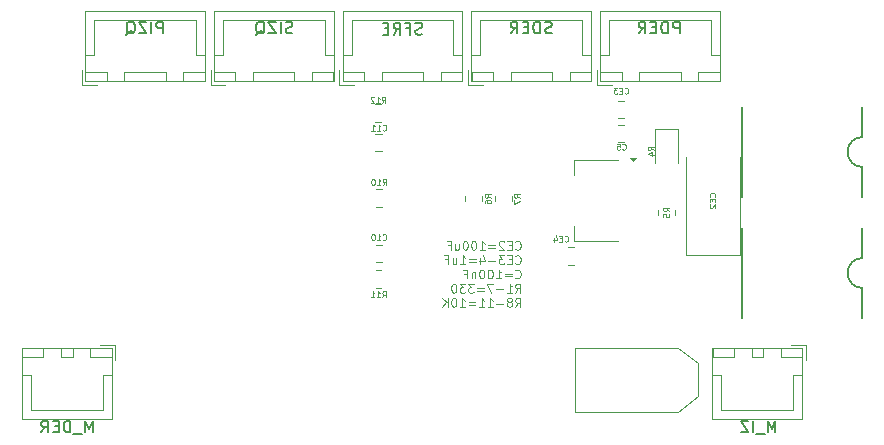
<source format=gbr>
%TF.GenerationSoftware,KiCad,Pcbnew,9.0.1*%
%TF.CreationDate,2025-10-10T15:40:48-03:00*%
%TF.ProjectId,minisumo,6d696e69-7375-46d6-9f2e-6b696361645f,rev?*%
%TF.SameCoordinates,Original*%
%TF.FileFunction,Legend,Bot*%
%TF.FilePolarity,Positive*%
%FSLAX46Y46*%
G04 Gerber Fmt 4.6, Leading zero omitted, Abs format (unit mm)*
G04 Created by KiCad (PCBNEW 9.0.1) date 2025-10-10 15:40:48*
%MOMM*%
%LPD*%
G01*
G04 APERTURE LIST*
%ADD10C,0.125000*%
%ADD11C,0.150000*%
%ADD12C,0.152400*%
%ADD13C,0.120000*%
G04 APERTURE END LIST*
D10*
X197460621Y-77104119D02*
X197496335Y-77139834D01*
X197496335Y-77139834D02*
X197603478Y-77175548D01*
X197603478Y-77175548D02*
X197674906Y-77175548D01*
X197674906Y-77175548D02*
X197782049Y-77139834D01*
X197782049Y-77139834D02*
X197853478Y-77068405D01*
X197853478Y-77068405D02*
X197889192Y-76996976D01*
X197889192Y-76996976D02*
X197924906Y-76854119D01*
X197924906Y-76854119D02*
X197924906Y-76746976D01*
X197924906Y-76746976D02*
X197889192Y-76604119D01*
X197889192Y-76604119D02*
X197853478Y-76532691D01*
X197853478Y-76532691D02*
X197782049Y-76461262D01*
X197782049Y-76461262D02*
X197674906Y-76425548D01*
X197674906Y-76425548D02*
X197603478Y-76425548D01*
X197603478Y-76425548D02*
X197496335Y-76461262D01*
X197496335Y-76461262D02*
X197460621Y-76496976D01*
X197139192Y-76782691D02*
X196889192Y-76782691D01*
X196782049Y-77175548D02*
X197139192Y-77175548D01*
X197139192Y-77175548D02*
X197139192Y-76425548D01*
X197139192Y-76425548D02*
X196782049Y-76425548D01*
X196496335Y-76496976D02*
X196460621Y-76461262D01*
X196460621Y-76461262D02*
X196389193Y-76425548D01*
X196389193Y-76425548D02*
X196210621Y-76425548D01*
X196210621Y-76425548D02*
X196139193Y-76461262D01*
X196139193Y-76461262D02*
X196103478Y-76496976D01*
X196103478Y-76496976D02*
X196067764Y-76568405D01*
X196067764Y-76568405D02*
X196067764Y-76639834D01*
X196067764Y-76639834D02*
X196103478Y-76746976D01*
X196103478Y-76746976D02*
X196532050Y-77175548D01*
X196532050Y-77175548D02*
X196067764Y-77175548D01*
X195746335Y-76782691D02*
X195174907Y-76782691D01*
X195174907Y-76996976D02*
X195746335Y-76996976D01*
X194424907Y-77175548D02*
X194853478Y-77175548D01*
X194639193Y-77175548D02*
X194639193Y-76425548D01*
X194639193Y-76425548D02*
X194710621Y-76532691D01*
X194710621Y-76532691D02*
X194782050Y-76604119D01*
X194782050Y-76604119D02*
X194853478Y-76639834D01*
X193960621Y-76425548D02*
X193889192Y-76425548D01*
X193889192Y-76425548D02*
X193817764Y-76461262D01*
X193817764Y-76461262D02*
X193782050Y-76496976D01*
X193782050Y-76496976D02*
X193746335Y-76568405D01*
X193746335Y-76568405D02*
X193710621Y-76711262D01*
X193710621Y-76711262D02*
X193710621Y-76889834D01*
X193710621Y-76889834D02*
X193746335Y-77032691D01*
X193746335Y-77032691D02*
X193782050Y-77104119D01*
X193782050Y-77104119D02*
X193817764Y-77139834D01*
X193817764Y-77139834D02*
X193889192Y-77175548D01*
X193889192Y-77175548D02*
X193960621Y-77175548D01*
X193960621Y-77175548D02*
X194032050Y-77139834D01*
X194032050Y-77139834D02*
X194067764Y-77104119D01*
X194067764Y-77104119D02*
X194103478Y-77032691D01*
X194103478Y-77032691D02*
X194139192Y-76889834D01*
X194139192Y-76889834D02*
X194139192Y-76711262D01*
X194139192Y-76711262D02*
X194103478Y-76568405D01*
X194103478Y-76568405D02*
X194067764Y-76496976D01*
X194067764Y-76496976D02*
X194032050Y-76461262D01*
X194032050Y-76461262D02*
X193960621Y-76425548D01*
X193246335Y-76425548D02*
X193174906Y-76425548D01*
X193174906Y-76425548D02*
X193103478Y-76461262D01*
X193103478Y-76461262D02*
X193067764Y-76496976D01*
X193067764Y-76496976D02*
X193032049Y-76568405D01*
X193032049Y-76568405D02*
X192996335Y-76711262D01*
X192996335Y-76711262D02*
X192996335Y-76889834D01*
X192996335Y-76889834D02*
X193032049Y-77032691D01*
X193032049Y-77032691D02*
X193067764Y-77104119D01*
X193067764Y-77104119D02*
X193103478Y-77139834D01*
X193103478Y-77139834D02*
X193174906Y-77175548D01*
X193174906Y-77175548D02*
X193246335Y-77175548D01*
X193246335Y-77175548D02*
X193317764Y-77139834D01*
X193317764Y-77139834D02*
X193353478Y-77104119D01*
X193353478Y-77104119D02*
X193389192Y-77032691D01*
X193389192Y-77032691D02*
X193424906Y-76889834D01*
X193424906Y-76889834D02*
X193424906Y-76711262D01*
X193424906Y-76711262D02*
X193389192Y-76568405D01*
X193389192Y-76568405D02*
X193353478Y-76496976D01*
X193353478Y-76496976D02*
X193317764Y-76461262D01*
X193317764Y-76461262D02*
X193246335Y-76425548D01*
X192353478Y-76675548D02*
X192353478Y-77175548D01*
X192674906Y-76675548D02*
X192674906Y-77068405D01*
X192674906Y-77068405D02*
X192639192Y-77139834D01*
X192639192Y-77139834D02*
X192567763Y-77175548D01*
X192567763Y-77175548D02*
X192460620Y-77175548D01*
X192460620Y-77175548D02*
X192389192Y-77139834D01*
X192389192Y-77139834D02*
X192353478Y-77104119D01*
X191746335Y-76782691D02*
X191996335Y-76782691D01*
X191996335Y-77175548D02*
X191996335Y-76425548D01*
X191996335Y-76425548D02*
X191639192Y-76425548D01*
X197460621Y-78311577D02*
X197496335Y-78347292D01*
X197496335Y-78347292D02*
X197603478Y-78383006D01*
X197603478Y-78383006D02*
X197674906Y-78383006D01*
X197674906Y-78383006D02*
X197782049Y-78347292D01*
X197782049Y-78347292D02*
X197853478Y-78275863D01*
X197853478Y-78275863D02*
X197889192Y-78204434D01*
X197889192Y-78204434D02*
X197924906Y-78061577D01*
X197924906Y-78061577D02*
X197924906Y-77954434D01*
X197924906Y-77954434D02*
X197889192Y-77811577D01*
X197889192Y-77811577D02*
X197853478Y-77740149D01*
X197853478Y-77740149D02*
X197782049Y-77668720D01*
X197782049Y-77668720D02*
X197674906Y-77633006D01*
X197674906Y-77633006D02*
X197603478Y-77633006D01*
X197603478Y-77633006D02*
X197496335Y-77668720D01*
X197496335Y-77668720D02*
X197460621Y-77704434D01*
X197139192Y-77990149D02*
X196889192Y-77990149D01*
X196782049Y-78383006D02*
X197139192Y-78383006D01*
X197139192Y-78383006D02*
X197139192Y-77633006D01*
X197139192Y-77633006D02*
X196782049Y-77633006D01*
X196532050Y-77633006D02*
X196067764Y-77633006D01*
X196067764Y-77633006D02*
X196317764Y-77918720D01*
X196317764Y-77918720D02*
X196210621Y-77918720D01*
X196210621Y-77918720D02*
X196139193Y-77954434D01*
X196139193Y-77954434D02*
X196103478Y-77990149D01*
X196103478Y-77990149D02*
X196067764Y-78061577D01*
X196067764Y-78061577D02*
X196067764Y-78240149D01*
X196067764Y-78240149D02*
X196103478Y-78311577D01*
X196103478Y-78311577D02*
X196139193Y-78347292D01*
X196139193Y-78347292D02*
X196210621Y-78383006D01*
X196210621Y-78383006D02*
X196424907Y-78383006D01*
X196424907Y-78383006D02*
X196496335Y-78347292D01*
X196496335Y-78347292D02*
X196532050Y-78311577D01*
X195746335Y-78097292D02*
X195174907Y-78097292D01*
X194496336Y-77883006D02*
X194496336Y-78383006D01*
X194674907Y-77597292D02*
X194853478Y-78133006D01*
X194853478Y-78133006D02*
X194389193Y-78133006D01*
X194103478Y-77990149D02*
X193532050Y-77990149D01*
X193532050Y-78204434D02*
X194103478Y-78204434D01*
X192782050Y-78383006D02*
X193210621Y-78383006D01*
X192996336Y-78383006D02*
X192996336Y-77633006D01*
X192996336Y-77633006D02*
X193067764Y-77740149D01*
X193067764Y-77740149D02*
X193139193Y-77811577D01*
X193139193Y-77811577D02*
X193210621Y-77847292D01*
X192139193Y-77883006D02*
X192139193Y-78383006D01*
X192460621Y-77883006D02*
X192460621Y-78275863D01*
X192460621Y-78275863D02*
X192424907Y-78347292D01*
X192424907Y-78347292D02*
X192353478Y-78383006D01*
X192353478Y-78383006D02*
X192246335Y-78383006D01*
X192246335Y-78383006D02*
X192174907Y-78347292D01*
X192174907Y-78347292D02*
X192139193Y-78311577D01*
X191532050Y-77990149D02*
X191782050Y-77990149D01*
X191782050Y-78383006D02*
X191782050Y-77633006D01*
X191782050Y-77633006D02*
X191424907Y-77633006D01*
X197460621Y-79519035D02*
X197496335Y-79554750D01*
X197496335Y-79554750D02*
X197603478Y-79590464D01*
X197603478Y-79590464D02*
X197674906Y-79590464D01*
X197674906Y-79590464D02*
X197782049Y-79554750D01*
X197782049Y-79554750D02*
X197853478Y-79483321D01*
X197853478Y-79483321D02*
X197889192Y-79411892D01*
X197889192Y-79411892D02*
X197924906Y-79269035D01*
X197924906Y-79269035D02*
X197924906Y-79161892D01*
X197924906Y-79161892D02*
X197889192Y-79019035D01*
X197889192Y-79019035D02*
X197853478Y-78947607D01*
X197853478Y-78947607D02*
X197782049Y-78876178D01*
X197782049Y-78876178D02*
X197674906Y-78840464D01*
X197674906Y-78840464D02*
X197603478Y-78840464D01*
X197603478Y-78840464D02*
X197496335Y-78876178D01*
X197496335Y-78876178D02*
X197460621Y-78911892D01*
X197139192Y-79197607D02*
X196567764Y-79197607D01*
X196567764Y-79411892D02*
X197139192Y-79411892D01*
X195817764Y-79590464D02*
X196246335Y-79590464D01*
X196032050Y-79590464D02*
X196032050Y-78840464D01*
X196032050Y-78840464D02*
X196103478Y-78947607D01*
X196103478Y-78947607D02*
X196174907Y-79019035D01*
X196174907Y-79019035D02*
X196246335Y-79054750D01*
X195353478Y-78840464D02*
X195282049Y-78840464D01*
X195282049Y-78840464D02*
X195210621Y-78876178D01*
X195210621Y-78876178D02*
X195174907Y-78911892D01*
X195174907Y-78911892D02*
X195139192Y-78983321D01*
X195139192Y-78983321D02*
X195103478Y-79126178D01*
X195103478Y-79126178D02*
X195103478Y-79304750D01*
X195103478Y-79304750D02*
X195139192Y-79447607D01*
X195139192Y-79447607D02*
X195174907Y-79519035D01*
X195174907Y-79519035D02*
X195210621Y-79554750D01*
X195210621Y-79554750D02*
X195282049Y-79590464D01*
X195282049Y-79590464D02*
X195353478Y-79590464D01*
X195353478Y-79590464D02*
X195424907Y-79554750D01*
X195424907Y-79554750D02*
X195460621Y-79519035D01*
X195460621Y-79519035D02*
X195496335Y-79447607D01*
X195496335Y-79447607D02*
X195532049Y-79304750D01*
X195532049Y-79304750D02*
X195532049Y-79126178D01*
X195532049Y-79126178D02*
X195496335Y-78983321D01*
X195496335Y-78983321D02*
X195460621Y-78911892D01*
X195460621Y-78911892D02*
X195424907Y-78876178D01*
X195424907Y-78876178D02*
X195353478Y-78840464D01*
X194639192Y-78840464D02*
X194567763Y-78840464D01*
X194567763Y-78840464D02*
X194496335Y-78876178D01*
X194496335Y-78876178D02*
X194460621Y-78911892D01*
X194460621Y-78911892D02*
X194424906Y-78983321D01*
X194424906Y-78983321D02*
X194389192Y-79126178D01*
X194389192Y-79126178D02*
X194389192Y-79304750D01*
X194389192Y-79304750D02*
X194424906Y-79447607D01*
X194424906Y-79447607D02*
X194460621Y-79519035D01*
X194460621Y-79519035D02*
X194496335Y-79554750D01*
X194496335Y-79554750D02*
X194567763Y-79590464D01*
X194567763Y-79590464D02*
X194639192Y-79590464D01*
X194639192Y-79590464D02*
X194710621Y-79554750D01*
X194710621Y-79554750D02*
X194746335Y-79519035D01*
X194746335Y-79519035D02*
X194782049Y-79447607D01*
X194782049Y-79447607D02*
X194817763Y-79304750D01*
X194817763Y-79304750D02*
X194817763Y-79126178D01*
X194817763Y-79126178D02*
X194782049Y-78983321D01*
X194782049Y-78983321D02*
X194746335Y-78911892D01*
X194746335Y-78911892D02*
X194710621Y-78876178D01*
X194710621Y-78876178D02*
X194639192Y-78840464D01*
X194067763Y-79090464D02*
X194067763Y-79590464D01*
X194067763Y-79161892D02*
X194032049Y-79126178D01*
X194032049Y-79126178D02*
X193960620Y-79090464D01*
X193960620Y-79090464D02*
X193853477Y-79090464D01*
X193853477Y-79090464D02*
X193782049Y-79126178D01*
X193782049Y-79126178D02*
X193746335Y-79197607D01*
X193746335Y-79197607D02*
X193746335Y-79590464D01*
X193139192Y-79197607D02*
X193389192Y-79197607D01*
X193389192Y-79590464D02*
X193389192Y-78840464D01*
X193389192Y-78840464D02*
X193032049Y-78840464D01*
X197460621Y-80797922D02*
X197710621Y-80440779D01*
X197889192Y-80797922D02*
X197889192Y-80047922D01*
X197889192Y-80047922D02*
X197603478Y-80047922D01*
X197603478Y-80047922D02*
X197532049Y-80083636D01*
X197532049Y-80083636D02*
X197496335Y-80119350D01*
X197496335Y-80119350D02*
X197460621Y-80190779D01*
X197460621Y-80190779D02*
X197460621Y-80297922D01*
X197460621Y-80297922D02*
X197496335Y-80369350D01*
X197496335Y-80369350D02*
X197532049Y-80405065D01*
X197532049Y-80405065D02*
X197603478Y-80440779D01*
X197603478Y-80440779D02*
X197889192Y-80440779D01*
X196746335Y-80797922D02*
X197174906Y-80797922D01*
X196960621Y-80797922D02*
X196960621Y-80047922D01*
X196960621Y-80047922D02*
X197032049Y-80155065D01*
X197032049Y-80155065D02*
X197103478Y-80226493D01*
X197103478Y-80226493D02*
X197174906Y-80262208D01*
X196424906Y-80512208D02*
X195853478Y-80512208D01*
X195567764Y-80047922D02*
X195067764Y-80047922D01*
X195067764Y-80047922D02*
X195389192Y-80797922D01*
X194782049Y-80405065D02*
X194210621Y-80405065D01*
X194210621Y-80619350D02*
X194782049Y-80619350D01*
X193924907Y-80047922D02*
X193460621Y-80047922D01*
X193460621Y-80047922D02*
X193710621Y-80333636D01*
X193710621Y-80333636D02*
X193603478Y-80333636D01*
X193603478Y-80333636D02*
X193532050Y-80369350D01*
X193532050Y-80369350D02*
X193496335Y-80405065D01*
X193496335Y-80405065D02*
X193460621Y-80476493D01*
X193460621Y-80476493D02*
X193460621Y-80655065D01*
X193460621Y-80655065D02*
X193496335Y-80726493D01*
X193496335Y-80726493D02*
X193532050Y-80762208D01*
X193532050Y-80762208D02*
X193603478Y-80797922D01*
X193603478Y-80797922D02*
X193817764Y-80797922D01*
X193817764Y-80797922D02*
X193889192Y-80762208D01*
X193889192Y-80762208D02*
X193924907Y-80726493D01*
X193210621Y-80047922D02*
X192746335Y-80047922D01*
X192746335Y-80047922D02*
X192996335Y-80333636D01*
X192996335Y-80333636D02*
X192889192Y-80333636D01*
X192889192Y-80333636D02*
X192817764Y-80369350D01*
X192817764Y-80369350D02*
X192782049Y-80405065D01*
X192782049Y-80405065D02*
X192746335Y-80476493D01*
X192746335Y-80476493D02*
X192746335Y-80655065D01*
X192746335Y-80655065D02*
X192782049Y-80726493D01*
X192782049Y-80726493D02*
X192817764Y-80762208D01*
X192817764Y-80762208D02*
X192889192Y-80797922D01*
X192889192Y-80797922D02*
X193103478Y-80797922D01*
X193103478Y-80797922D02*
X193174906Y-80762208D01*
X193174906Y-80762208D02*
X193210621Y-80726493D01*
X192282049Y-80047922D02*
X192210620Y-80047922D01*
X192210620Y-80047922D02*
X192139192Y-80083636D01*
X192139192Y-80083636D02*
X192103478Y-80119350D01*
X192103478Y-80119350D02*
X192067763Y-80190779D01*
X192067763Y-80190779D02*
X192032049Y-80333636D01*
X192032049Y-80333636D02*
X192032049Y-80512208D01*
X192032049Y-80512208D02*
X192067763Y-80655065D01*
X192067763Y-80655065D02*
X192103478Y-80726493D01*
X192103478Y-80726493D02*
X192139192Y-80762208D01*
X192139192Y-80762208D02*
X192210620Y-80797922D01*
X192210620Y-80797922D02*
X192282049Y-80797922D01*
X192282049Y-80797922D02*
X192353478Y-80762208D01*
X192353478Y-80762208D02*
X192389192Y-80726493D01*
X192389192Y-80726493D02*
X192424906Y-80655065D01*
X192424906Y-80655065D02*
X192460620Y-80512208D01*
X192460620Y-80512208D02*
X192460620Y-80333636D01*
X192460620Y-80333636D02*
X192424906Y-80190779D01*
X192424906Y-80190779D02*
X192389192Y-80119350D01*
X192389192Y-80119350D02*
X192353478Y-80083636D01*
X192353478Y-80083636D02*
X192282049Y-80047922D01*
X197460621Y-82005380D02*
X197710621Y-81648237D01*
X197889192Y-82005380D02*
X197889192Y-81255380D01*
X197889192Y-81255380D02*
X197603478Y-81255380D01*
X197603478Y-81255380D02*
X197532049Y-81291094D01*
X197532049Y-81291094D02*
X197496335Y-81326808D01*
X197496335Y-81326808D02*
X197460621Y-81398237D01*
X197460621Y-81398237D02*
X197460621Y-81505380D01*
X197460621Y-81505380D02*
X197496335Y-81576808D01*
X197496335Y-81576808D02*
X197532049Y-81612523D01*
X197532049Y-81612523D02*
X197603478Y-81648237D01*
X197603478Y-81648237D02*
X197889192Y-81648237D01*
X197032049Y-81576808D02*
X197103478Y-81541094D01*
X197103478Y-81541094D02*
X197139192Y-81505380D01*
X197139192Y-81505380D02*
X197174906Y-81433951D01*
X197174906Y-81433951D02*
X197174906Y-81398237D01*
X197174906Y-81398237D02*
X197139192Y-81326808D01*
X197139192Y-81326808D02*
X197103478Y-81291094D01*
X197103478Y-81291094D02*
X197032049Y-81255380D01*
X197032049Y-81255380D02*
X196889192Y-81255380D01*
X196889192Y-81255380D02*
X196817764Y-81291094D01*
X196817764Y-81291094D02*
X196782049Y-81326808D01*
X196782049Y-81326808D02*
X196746335Y-81398237D01*
X196746335Y-81398237D02*
X196746335Y-81433951D01*
X196746335Y-81433951D02*
X196782049Y-81505380D01*
X196782049Y-81505380D02*
X196817764Y-81541094D01*
X196817764Y-81541094D02*
X196889192Y-81576808D01*
X196889192Y-81576808D02*
X197032049Y-81576808D01*
X197032049Y-81576808D02*
X197103478Y-81612523D01*
X197103478Y-81612523D02*
X197139192Y-81648237D01*
X197139192Y-81648237D02*
X197174906Y-81719666D01*
X197174906Y-81719666D02*
X197174906Y-81862523D01*
X197174906Y-81862523D02*
X197139192Y-81933951D01*
X197139192Y-81933951D02*
X197103478Y-81969666D01*
X197103478Y-81969666D02*
X197032049Y-82005380D01*
X197032049Y-82005380D02*
X196889192Y-82005380D01*
X196889192Y-82005380D02*
X196817764Y-81969666D01*
X196817764Y-81969666D02*
X196782049Y-81933951D01*
X196782049Y-81933951D02*
X196746335Y-81862523D01*
X196746335Y-81862523D02*
X196746335Y-81719666D01*
X196746335Y-81719666D02*
X196782049Y-81648237D01*
X196782049Y-81648237D02*
X196817764Y-81612523D01*
X196817764Y-81612523D02*
X196889192Y-81576808D01*
X196424906Y-81719666D02*
X195853478Y-81719666D01*
X195103478Y-82005380D02*
X195532049Y-82005380D01*
X195317764Y-82005380D02*
X195317764Y-81255380D01*
X195317764Y-81255380D02*
X195389192Y-81362523D01*
X195389192Y-81362523D02*
X195460621Y-81433951D01*
X195460621Y-81433951D02*
X195532049Y-81469666D01*
X194389192Y-82005380D02*
X194817763Y-82005380D01*
X194603478Y-82005380D02*
X194603478Y-81255380D01*
X194603478Y-81255380D02*
X194674906Y-81362523D01*
X194674906Y-81362523D02*
X194746335Y-81433951D01*
X194746335Y-81433951D02*
X194817763Y-81469666D01*
X194067763Y-81612523D02*
X193496335Y-81612523D01*
X193496335Y-81826808D02*
X194067763Y-81826808D01*
X192746335Y-82005380D02*
X193174906Y-82005380D01*
X192960621Y-82005380D02*
X192960621Y-81255380D01*
X192960621Y-81255380D02*
X193032049Y-81362523D01*
X193032049Y-81362523D02*
X193103478Y-81433951D01*
X193103478Y-81433951D02*
X193174906Y-81469666D01*
X192282049Y-81255380D02*
X192210620Y-81255380D01*
X192210620Y-81255380D02*
X192139192Y-81291094D01*
X192139192Y-81291094D02*
X192103478Y-81326808D01*
X192103478Y-81326808D02*
X192067763Y-81398237D01*
X192067763Y-81398237D02*
X192032049Y-81541094D01*
X192032049Y-81541094D02*
X192032049Y-81719666D01*
X192032049Y-81719666D02*
X192067763Y-81862523D01*
X192067763Y-81862523D02*
X192103478Y-81933951D01*
X192103478Y-81933951D02*
X192139192Y-81969666D01*
X192139192Y-81969666D02*
X192210620Y-82005380D01*
X192210620Y-82005380D02*
X192282049Y-82005380D01*
X192282049Y-82005380D02*
X192353478Y-81969666D01*
X192353478Y-81969666D02*
X192389192Y-81933951D01*
X192389192Y-81933951D02*
X192424906Y-81862523D01*
X192424906Y-81862523D02*
X192460620Y-81719666D01*
X192460620Y-81719666D02*
X192460620Y-81541094D01*
X192460620Y-81541094D02*
X192424906Y-81398237D01*
X192424906Y-81398237D02*
X192389192Y-81326808D01*
X192389192Y-81326808D02*
X192353478Y-81291094D01*
X192353478Y-81291094D02*
X192282049Y-81255380D01*
X191710620Y-82005380D02*
X191710620Y-81255380D01*
X191282049Y-82005380D02*
X191603477Y-81576808D01*
X191282049Y-81255380D02*
X191710620Y-81683951D01*
X186221428Y-76302190D02*
X186245237Y-76326000D01*
X186245237Y-76326000D02*
X186316666Y-76349809D01*
X186316666Y-76349809D02*
X186364285Y-76349809D01*
X186364285Y-76349809D02*
X186435713Y-76326000D01*
X186435713Y-76326000D02*
X186483332Y-76278380D01*
X186483332Y-76278380D02*
X186507142Y-76230761D01*
X186507142Y-76230761D02*
X186530951Y-76135523D01*
X186530951Y-76135523D02*
X186530951Y-76064095D01*
X186530951Y-76064095D02*
X186507142Y-75968857D01*
X186507142Y-75968857D02*
X186483332Y-75921238D01*
X186483332Y-75921238D02*
X186435713Y-75873619D01*
X186435713Y-75873619D02*
X186364285Y-75849809D01*
X186364285Y-75849809D02*
X186316666Y-75849809D01*
X186316666Y-75849809D02*
X186245237Y-75873619D01*
X186245237Y-75873619D02*
X186221428Y-75897428D01*
X185745237Y-76349809D02*
X186030951Y-76349809D01*
X185888094Y-76349809D02*
X185888094Y-75849809D01*
X185888094Y-75849809D02*
X185935713Y-75921238D01*
X185935713Y-75921238D02*
X185983332Y-75968857D01*
X185983332Y-75968857D02*
X186030951Y-75992666D01*
X185435714Y-75849809D02*
X185388095Y-75849809D01*
X185388095Y-75849809D02*
X185340476Y-75873619D01*
X185340476Y-75873619D02*
X185316666Y-75897428D01*
X185316666Y-75897428D02*
X185292857Y-75945047D01*
X185292857Y-75945047D02*
X185269047Y-76040285D01*
X185269047Y-76040285D02*
X185269047Y-76159333D01*
X185269047Y-76159333D02*
X185292857Y-76254571D01*
X185292857Y-76254571D02*
X185316666Y-76302190D01*
X185316666Y-76302190D02*
X185340476Y-76326000D01*
X185340476Y-76326000D02*
X185388095Y-76349809D01*
X185388095Y-76349809D02*
X185435714Y-76349809D01*
X185435714Y-76349809D02*
X185483333Y-76326000D01*
X185483333Y-76326000D02*
X185507142Y-76302190D01*
X185507142Y-76302190D02*
X185530952Y-76254571D01*
X185530952Y-76254571D02*
X185554761Y-76159333D01*
X185554761Y-76159333D02*
X185554761Y-76040285D01*
X185554761Y-76040285D02*
X185530952Y-75945047D01*
X185530952Y-75945047D02*
X185507142Y-75897428D01*
X185507142Y-75897428D02*
X185483333Y-75873619D01*
X185483333Y-75873619D02*
X185435714Y-75849809D01*
X186221428Y-71674809D02*
X186388094Y-71436714D01*
X186507142Y-71674809D02*
X186507142Y-71174809D01*
X186507142Y-71174809D02*
X186316666Y-71174809D01*
X186316666Y-71174809D02*
X186269047Y-71198619D01*
X186269047Y-71198619D02*
X186245237Y-71222428D01*
X186245237Y-71222428D02*
X186221428Y-71270047D01*
X186221428Y-71270047D02*
X186221428Y-71341476D01*
X186221428Y-71341476D02*
X186245237Y-71389095D01*
X186245237Y-71389095D02*
X186269047Y-71412904D01*
X186269047Y-71412904D02*
X186316666Y-71436714D01*
X186316666Y-71436714D02*
X186507142Y-71436714D01*
X185745237Y-71674809D02*
X186030951Y-71674809D01*
X185888094Y-71674809D02*
X185888094Y-71174809D01*
X185888094Y-71174809D02*
X185935713Y-71246238D01*
X185935713Y-71246238D02*
X185983332Y-71293857D01*
X185983332Y-71293857D02*
X186030951Y-71317666D01*
X185435714Y-71174809D02*
X185388095Y-71174809D01*
X185388095Y-71174809D02*
X185340476Y-71198619D01*
X185340476Y-71198619D02*
X185316666Y-71222428D01*
X185316666Y-71222428D02*
X185292857Y-71270047D01*
X185292857Y-71270047D02*
X185269047Y-71365285D01*
X185269047Y-71365285D02*
X185269047Y-71484333D01*
X185269047Y-71484333D02*
X185292857Y-71579571D01*
X185292857Y-71579571D02*
X185316666Y-71627190D01*
X185316666Y-71627190D02*
X185340476Y-71651000D01*
X185340476Y-71651000D02*
X185388095Y-71674809D01*
X185388095Y-71674809D02*
X185435714Y-71674809D01*
X185435714Y-71674809D02*
X185483333Y-71651000D01*
X185483333Y-71651000D02*
X185507142Y-71627190D01*
X185507142Y-71627190D02*
X185530952Y-71579571D01*
X185530952Y-71579571D02*
X185554761Y-71484333D01*
X185554761Y-71484333D02*
X185554761Y-71365285D01*
X185554761Y-71365285D02*
X185530952Y-71270047D01*
X185530952Y-71270047D02*
X185507142Y-71222428D01*
X185507142Y-71222428D02*
X185483333Y-71198619D01*
X185483333Y-71198619D02*
X185435714Y-71174809D01*
X186221428Y-67027190D02*
X186245237Y-67051000D01*
X186245237Y-67051000D02*
X186316666Y-67074809D01*
X186316666Y-67074809D02*
X186364285Y-67074809D01*
X186364285Y-67074809D02*
X186435713Y-67051000D01*
X186435713Y-67051000D02*
X186483332Y-67003380D01*
X186483332Y-67003380D02*
X186507142Y-66955761D01*
X186507142Y-66955761D02*
X186530951Y-66860523D01*
X186530951Y-66860523D02*
X186530951Y-66789095D01*
X186530951Y-66789095D02*
X186507142Y-66693857D01*
X186507142Y-66693857D02*
X186483332Y-66646238D01*
X186483332Y-66646238D02*
X186435713Y-66598619D01*
X186435713Y-66598619D02*
X186364285Y-66574809D01*
X186364285Y-66574809D02*
X186316666Y-66574809D01*
X186316666Y-66574809D02*
X186245237Y-66598619D01*
X186245237Y-66598619D02*
X186221428Y-66622428D01*
X185745237Y-67074809D02*
X186030951Y-67074809D01*
X185888094Y-67074809D02*
X185888094Y-66574809D01*
X185888094Y-66574809D02*
X185935713Y-66646238D01*
X185935713Y-66646238D02*
X185983332Y-66693857D01*
X185983332Y-66693857D02*
X186030951Y-66717666D01*
X185269047Y-67074809D02*
X185554761Y-67074809D01*
X185411904Y-67074809D02*
X185411904Y-66574809D01*
X185411904Y-66574809D02*
X185459523Y-66646238D01*
X185459523Y-66646238D02*
X185507142Y-66693857D01*
X185507142Y-66693857D02*
X185554761Y-66717666D01*
D11*
X189566666Y-58907200D02*
X189423809Y-58954819D01*
X189423809Y-58954819D02*
X189185714Y-58954819D01*
X189185714Y-58954819D02*
X189090476Y-58907200D01*
X189090476Y-58907200D02*
X189042857Y-58859580D01*
X189042857Y-58859580D02*
X188995238Y-58764342D01*
X188995238Y-58764342D02*
X188995238Y-58669104D01*
X188995238Y-58669104D02*
X189042857Y-58573866D01*
X189042857Y-58573866D02*
X189090476Y-58526247D01*
X189090476Y-58526247D02*
X189185714Y-58478628D01*
X189185714Y-58478628D02*
X189376190Y-58431009D01*
X189376190Y-58431009D02*
X189471428Y-58383390D01*
X189471428Y-58383390D02*
X189519047Y-58335771D01*
X189519047Y-58335771D02*
X189566666Y-58240533D01*
X189566666Y-58240533D02*
X189566666Y-58145295D01*
X189566666Y-58145295D02*
X189519047Y-58050057D01*
X189519047Y-58050057D02*
X189471428Y-58002438D01*
X189471428Y-58002438D02*
X189376190Y-57954819D01*
X189376190Y-57954819D02*
X189138095Y-57954819D01*
X189138095Y-57954819D02*
X188995238Y-58002438D01*
X188233333Y-58431009D02*
X188566666Y-58431009D01*
X188566666Y-58954819D02*
X188566666Y-57954819D01*
X188566666Y-57954819D02*
X188090476Y-57954819D01*
X187138095Y-58954819D02*
X187471428Y-58478628D01*
X187709523Y-58954819D02*
X187709523Y-57954819D01*
X187709523Y-57954819D02*
X187328571Y-57954819D01*
X187328571Y-57954819D02*
X187233333Y-58002438D01*
X187233333Y-58002438D02*
X187185714Y-58050057D01*
X187185714Y-58050057D02*
X187138095Y-58145295D01*
X187138095Y-58145295D02*
X187138095Y-58288152D01*
X187138095Y-58288152D02*
X187185714Y-58383390D01*
X187185714Y-58383390D02*
X187233333Y-58431009D01*
X187233333Y-58431009D02*
X187328571Y-58478628D01*
X187328571Y-58478628D02*
X187709523Y-58478628D01*
X186709523Y-58431009D02*
X186376190Y-58431009D01*
X186233333Y-58954819D02*
X186709523Y-58954819D01*
X186709523Y-58954819D02*
X186709523Y-57954819D01*
X186709523Y-57954819D02*
X186233333Y-57954819D01*
X211364285Y-58854819D02*
X211364285Y-57854819D01*
X211364285Y-57854819D02*
X210983333Y-57854819D01*
X210983333Y-57854819D02*
X210888095Y-57902438D01*
X210888095Y-57902438D02*
X210840476Y-57950057D01*
X210840476Y-57950057D02*
X210792857Y-58045295D01*
X210792857Y-58045295D02*
X210792857Y-58188152D01*
X210792857Y-58188152D02*
X210840476Y-58283390D01*
X210840476Y-58283390D02*
X210888095Y-58331009D01*
X210888095Y-58331009D02*
X210983333Y-58378628D01*
X210983333Y-58378628D02*
X211364285Y-58378628D01*
X210364285Y-58854819D02*
X210364285Y-57854819D01*
X210364285Y-57854819D02*
X210126190Y-57854819D01*
X210126190Y-57854819D02*
X209983333Y-57902438D01*
X209983333Y-57902438D02*
X209888095Y-57997676D01*
X209888095Y-57997676D02*
X209840476Y-58092914D01*
X209840476Y-58092914D02*
X209792857Y-58283390D01*
X209792857Y-58283390D02*
X209792857Y-58426247D01*
X209792857Y-58426247D02*
X209840476Y-58616723D01*
X209840476Y-58616723D02*
X209888095Y-58711961D01*
X209888095Y-58711961D02*
X209983333Y-58807200D01*
X209983333Y-58807200D02*
X210126190Y-58854819D01*
X210126190Y-58854819D02*
X210364285Y-58854819D01*
X209364285Y-58331009D02*
X209030952Y-58331009D01*
X208888095Y-58854819D02*
X209364285Y-58854819D01*
X209364285Y-58854819D02*
X209364285Y-57854819D01*
X209364285Y-57854819D02*
X208888095Y-57854819D01*
X207888095Y-58854819D02*
X208221428Y-58378628D01*
X208459523Y-58854819D02*
X208459523Y-57854819D01*
X208459523Y-57854819D02*
X208078571Y-57854819D01*
X208078571Y-57854819D02*
X207983333Y-57902438D01*
X207983333Y-57902438D02*
X207935714Y-57950057D01*
X207935714Y-57950057D02*
X207888095Y-58045295D01*
X207888095Y-58045295D02*
X207888095Y-58188152D01*
X207888095Y-58188152D02*
X207935714Y-58283390D01*
X207935714Y-58283390D02*
X207983333Y-58331009D01*
X207983333Y-58331009D02*
X208078571Y-58378628D01*
X208078571Y-58378628D02*
X208459523Y-58378628D01*
D10*
X214352190Y-72690476D02*
X214376000Y-72666667D01*
X214376000Y-72666667D02*
X214399809Y-72595238D01*
X214399809Y-72595238D02*
X214399809Y-72547619D01*
X214399809Y-72547619D02*
X214376000Y-72476191D01*
X214376000Y-72476191D02*
X214328380Y-72428572D01*
X214328380Y-72428572D02*
X214280761Y-72404762D01*
X214280761Y-72404762D02*
X214185523Y-72380953D01*
X214185523Y-72380953D02*
X214114095Y-72380953D01*
X214114095Y-72380953D02*
X214018857Y-72404762D01*
X214018857Y-72404762D02*
X213971238Y-72428572D01*
X213971238Y-72428572D02*
X213923619Y-72476191D01*
X213923619Y-72476191D02*
X213899809Y-72547619D01*
X213899809Y-72547619D02*
X213899809Y-72595238D01*
X213899809Y-72595238D02*
X213923619Y-72666667D01*
X213923619Y-72666667D02*
X213947428Y-72690476D01*
X214137904Y-72904762D02*
X214137904Y-73071429D01*
X214399809Y-73142857D02*
X214399809Y-72904762D01*
X214399809Y-72904762D02*
X213899809Y-72904762D01*
X213899809Y-72904762D02*
X213899809Y-73142857D01*
X213947428Y-73333334D02*
X213923619Y-73357143D01*
X213923619Y-73357143D02*
X213899809Y-73404762D01*
X213899809Y-73404762D02*
X213899809Y-73523810D01*
X213899809Y-73523810D02*
X213923619Y-73571429D01*
X213923619Y-73571429D02*
X213947428Y-73595238D01*
X213947428Y-73595238D02*
X213995047Y-73619048D01*
X213995047Y-73619048D02*
X214042666Y-73619048D01*
X214042666Y-73619048D02*
X214114095Y-73595238D01*
X214114095Y-73595238D02*
X214399809Y-73309524D01*
X214399809Y-73309524D02*
X214399809Y-73619048D01*
X209174809Y-68716666D02*
X208936714Y-68550000D01*
X209174809Y-68430952D02*
X208674809Y-68430952D01*
X208674809Y-68430952D02*
X208674809Y-68621428D01*
X208674809Y-68621428D02*
X208698619Y-68669047D01*
X208698619Y-68669047D02*
X208722428Y-68692857D01*
X208722428Y-68692857D02*
X208770047Y-68716666D01*
X208770047Y-68716666D02*
X208841476Y-68716666D01*
X208841476Y-68716666D02*
X208889095Y-68692857D01*
X208889095Y-68692857D02*
X208912904Y-68669047D01*
X208912904Y-68669047D02*
X208936714Y-68621428D01*
X208936714Y-68621428D02*
X208936714Y-68430952D01*
X208841476Y-69145238D02*
X209174809Y-69145238D01*
X208651000Y-69026190D02*
X209008142Y-68907143D01*
X209008142Y-68907143D02*
X209008142Y-69216666D01*
X201634523Y-76427190D02*
X201658332Y-76451000D01*
X201658332Y-76451000D02*
X201729761Y-76474809D01*
X201729761Y-76474809D02*
X201777380Y-76474809D01*
X201777380Y-76474809D02*
X201848808Y-76451000D01*
X201848808Y-76451000D02*
X201896427Y-76403380D01*
X201896427Y-76403380D02*
X201920237Y-76355761D01*
X201920237Y-76355761D02*
X201944046Y-76260523D01*
X201944046Y-76260523D02*
X201944046Y-76189095D01*
X201944046Y-76189095D02*
X201920237Y-76093857D01*
X201920237Y-76093857D02*
X201896427Y-76046238D01*
X201896427Y-76046238D02*
X201848808Y-75998619D01*
X201848808Y-75998619D02*
X201777380Y-75974809D01*
X201777380Y-75974809D02*
X201729761Y-75974809D01*
X201729761Y-75974809D02*
X201658332Y-75998619D01*
X201658332Y-75998619D02*
X201634523Y-76022428D01*
X201420237Y-76212904D02*
X201253570Y-76212904D01*
X201182142Y-76474809D02*
X201420237Y-76474809D01*
X201420237Y-76474809D02*
X201420237Y-75974809D01*
X201420237Y-75974809D02*
X201182142Y-75974809D01*
X200753570Y-76141476D02*
X200753570Y-76474809D01*
X200872618Y-75951000D02*
X200991665Y-76308142D01*
X200991665Y-76308142D02*
X200682142Y-76308142D01*
X206722023Y-63902190D02*
X206745832Y-63926000D01*
X206745832Y-63926000D02*
X206817261Y-63949809D01*
X206817261Y-63949809D02*
X206864880Y-63949809D01*
X206864880Y-63949809D02*
X206936308Y-63926000D01*
X206936308Y-63926000D02*
X206983927Y-63878380D01*
X206983927Y-63878380D02*
X207007737Y-63830761D01*
X207007737Y-63830761D02*
X207031546Y-63735523D01*
X207031546Y-63735523D02*
X207031546Y-63664095D01*
X207031546Y-63664095D02*
X207007737Y-63568857D01*
X207007737Y-63568857D02*
X206983927Y-63521238D01*
X206983927Y-63521238D02*
X206936308Y-63473619D01*
X206936308Y-63473619D02*
X206864880Y-63449809D01*
X206864880Y-63449809D02*
X206817261Y-63449809D01*
X206817261Y-63449809D02*
X206745832Y-63473619D01*
X206745832Y-63473619D02*
X206722023Y-63497428D01*
X206507737Y-63687904D02*
X206341070Y-63687904D01*
X206269642Y-63949809D02*
X206507737Y-63949809D01*
X206507737Y-63949809D02*
X206507737Y-63449809D01*
X206507737Y-63449809D02*
X206269642Y-63449809D01*
X206102975Y-63449809D02*
X205793451Y-63449809D01*
X205793451Y-63449809D02*
X205960118Y-63640285D01*
X205960118Y-63640285D02*
X205888689Y-63640285D01*
X205888689Y-63640285D02*
X205841070Y-63664095D01*
X205841070Y-63664095D02*
X205817261Y-63687904D01*
X205817261Y-63687904D02*
X205793451Y-63735523D01*
X205793451Y-63735523D02*
X205793451Y-63854571D01*
X205793451Y-63854571D02*
X205817261Y-63902190D01*
X205817261Y-63902190D02*
X205841070Y-63926000D01*
X205841070Y-63926000D02*
X205888689Y-63949809D01*
X205888689Y-63949809D02*
X206031546Y-63949809D01*
X206031546Y-63949809D02*
X206079165Y-63926000D01*
X206079165Y-63926000D02*
X206102975Y-63902190D01*
X197849809Y-72766666D02*
X197611714Y-72600000D01*
X197849809Y-72480952D02*
X197349809Y-72480952D01*
X197349809Y-72480952D02*
X197349809Y-72671428D01*
X197349809Y-72671428D02*
X197373619Y-72719047D01*
X197373619Y-72719047D02*
X197397428Y-72742857D01*
X197397428Y-72742857D02*
X197445047Y-72766666D01*
X197445047Y-72766666D02*
X197516476Y-72766666D01*
X197516476Y-72766666D02*
X197564095Y-72742857D01*
X197564095Y-72742857D02*
X197587904Y-72719047D01*
X197587904Y-72719047D02*
X197611714Y-72671428D01*
X197611714Y-72671428D02*
X197611714Y-72480952D01*
X197349809Y-72933333D02*
X197349809Y-73266666D01*
X197349809Y-73266666D02*
X197849809Y-73052381D01*
X186183928Y-81199809D02*
X186350594Y-80961714D01*
X186469642Y-81199809D02*
X186469642Y-80699809D01*
X186469642Y-80699809D02*
X186279166Y-80699809D01*
X186279166Y-80699809D02*
X186231547Y-80723619D01*
X186231547Y-80723619D02*
X186207737Y-80747428D01*
X186207737Y-80747428D02*
X186183928Y-80795047D01*
X186183928Y-80795047D02*
X186183928Y-80866476D01*
X186183928Y-80866476D02*
X186207737Y-80914095D01*
X186207737Y-80914095D02*
X186231547Y-80937904D01*
X186231547Y-80937904D02*
X186279166Y-80961714D01*
X186279166Y-80961714D02*
X186469642Y-80961714D01*
X185707737Y-81199809D02*
X185993451Y-81199809D01*
X185850594Y-81199809D02*
X185850594Y-80699809D01*
X185850594Y-80699809D02*
X185898213Y-80771238D01*
X185898213Y-80771238D02*
X185945832Y-80818857D01*
X185945832Y-80818857D02*
X185993451Y-80842666D01*
X185231547Y-81199809D02*
X185517261Y-81199809D01*
X185374404Y-81199809D02*
X185374404Y-80699809D01*
X185374404Y-80699809D02*
X185422023Y-80771238D01*
X185422023Y-80771238D02*
X185469642Y-80818857D01*
X185469642Y-80818857D02*
X185517261Y-80842666D01*
X195374809Y-72766666D02*
X195136714Y-72600000D01*
X195374809Y-72480952D02*
X194874809Y-72480952D01*
X194874809Y-72480952D02*
X194874809Y-72671428D01*
X194874809Y-72671428D02*
X194898619Y-72719047D01*
X194898619Y-72719047D02*
X194922428Y-72742857D01*
X194922428Y-72742857D02*
X194970047Y-72766666D01*
X194970047Y-72766666D02*
X195041476Y-72766666D01*
X195041476Y-72766666D02*
X195089095Y-72742857D01*
X195089095Y-72742857D02*
X195112904Y-72719047D01*
X195112904Y-72719047D02*
X195136714Y-72671428D01*
X195136714Y-72671428D02*
X195136714Y-72480952D01*
X194874809Y-73195238D02*
X194874809Y-73100000D01*
X194874809Y-73100000D02*
X194898619Y-73052381D01*
X194898619Y-73052381D02*
X194922428Y-73028571D01*
X194922428Y-73028571D02*
X194993857Y-72980952D01*
X194993857Y-72980952D02*
X195089095Y-72957143D01*
X195089095Y-72957143D02*
X195279571Y-72957143D01*
X195279571Y-72957143D02*
X195327190Y-72980952D01*
X195327190Y-72980952D02*
X195351000Y-73004762D01*
X195351000Y-73004762D02*
X195374809Y-73052381D01*
X195374809Y-73052381D02*
X195374809Y-73147619D01*
X195374809Y-73147619D02*
X195351000Y-73195238D01*
X195351000Y-73195238D02*
X195327190Y-73219047D01*
X195327190Y-73219047D02*
X195279571Y-73242857D01*
X195279571Y-73242857D02*
X195160523Y-73242857D01*
X195160523Y-73242857D02*
X195112904Y-73219047D01*
X195112904Y-73219047D02*
X195089095Y-73195238D01*
X195089095Y-73195238D02*
X195065285Y-73147619D01*
X195065285Y-73147619D02*
X195065285Y-73052381D01*
X195065285Y-73052381D02*
X195089095Y-73004762D01*
X195089095Y-73004762D02*
X195112904Y-72980952D01*
X195112904Y-72980952D02*
X195160523Y-72957143D01*
D11*
X161691666Y-92629819D02*
X161691666Y-91629819D01*
X161691666Y-91629819D02*
X161358333Y-92344104D01*
X161358333Y-92344104D02*
X161025000Y-91629819D01*
X161025000Y-91629819D02*
X161025000Y-92629819D01*
X160786905Y-92725057D02*
X160025000Y-92725057D01*
X159786904Y-92629819D02*
X159786904Y-91629819D01*
X159786904Y-91629819D02*
X159548809Y-91629819D01*
X159548809Y-91629819D02*
X159405952Y-91677438D01*
X159405952Y-91677438D02*
X159310714Y-91772676D01*
X159310714Y-91772676D02*
X159263095Y-91867914D01*
X159263095Y-91867914D02*
X159215476Y-92058390D01*
X159215476Y-92058390D02*
X159215476Y-92201247D01*
X159215476Y-92201247D02*
X159263095Y-92391723D01*
X159263095Y-92391723D02*
X159310714Y-92486961D01*
X159310714Y-92486961D02*
X159405952Y-92582200D01*
X159405952Y-92582200D02*
X159548809Y-92629819D01*
X159548809Y-92629819D02*
X159786904Y-92629819D01*
X158786904Y-92106009D02*
X158453571Y-92106009D01*
X158310714Y-92629819D02*
X158786904Y-92629819D01*
X158786904Y-92629819D02*
X158786904Y-91629819D01*
X158786904Y-91629819D02*
X158310714Y-91629819D01*
X157310714Y-92629819D02*
X157644047Y-92153628D01*
X157882142Y-92629819D02*
X157882142Y-91629819D01*
X157882142Y-91629819D02*
X157501190Y-91629819D01*
X157501190Y-91629819D02*
X157405952Y-91677438D01*
X157405952Y-91677438D02*
X157358333Y-91725057D01*
X157358333Y-91725057D02*
X157310714Y-91820295D01*
X157310714Y-91820295D02*
X157310714Y-91963152D01*
X157310714Y-91963152D02*
X157358333Y-92058390D01*
X157358333Y-92058390D02*
X157405952Y-92106009D01*
X157405952Y-92106009D02*
X157501190Y-92153628D01*
X157501190Y-92153628D02*
X157882142Y-92153628D01*
X219478570Y-92629819D02*
X219478570Y-91629819D01*
X219478570Y-91629819D02*
X219145237Y-92344104D01*
X219145237Y-92344104D02*
X218811904Y-91629819D01*
X218811904Y-91629819D02*
X218811904Y-92629819D01*
X218573809Y-92725057D02*
X217811904Y-92725057D01*
X217573808Y-92629819D02*
X217573808Y-91629819D01*
X217192856Y-91629819D02*
X216526190Y-91629819D01*
X216526190Y-91629819D02*
X217192856Y-92629819D01*
X217192856Y-92629819D02*
X216526190Y-92629819D01*
D10*
X206508333Y-68652190D02*
X206532142Y-68676000D01*
X206532142Y-68676000D02*
X206603571Y-68699809D01*
X206603571Y-68699809D02*
X206651190Y-68699809D01*
X206651190Y-68699809D02*
X206722618Y-68676000D01*
X206722618Y-68676000D02*
X206770237Y-68628380D01*
X206770237Y-68628380D02*
X206794047Y-68580761D01*
X206794047Y-68580761D02*
X206817856Y-68485523D01*
X206817856Y-68485523D02*
X206817856Y-68414095D01*
X206817856Y-68414095D02*
X206794047Y-68318857D01*
X206794047Y-68318857D02*
X206770237Y-68271238D01*
X206770237Y-68271238D02*
X206722618Y-68223619D01*
X206722618Y-68223619D02*
X206651190Y-68199809D01*
X206651190Y-68199809D02*
X206603571Y-68199809D01*
X206603571Y-68199809D02*
X206532142Y-68223619D01*
X206532142Y-68223619D02*
X206508333Y-68247428D01*
X206055952Y-68199809D02*
X206294047Y-68199809D01*
X206294047Y-68199809D02*
X206317856Y-68437904D01*
X206317856Y-68437904D02*
X206294047Y-68414095D01*
X206294047Y-68414095D02*
X206246428Y-68390285D01*
X206246428Y-68390285D02*
X206127380Y-68390285D01*
X206127380Y-68390285D02*
X206079761Y-68414095D01*
X206079761Y-68414095D02*
X206055952Y-68437904D01*
X206055952Y-68437904D02*
X206032142Y-68485523D01*
X206032142Y-68485523D02*
X206032142Y-68604571D01*
X206032142Y-68604571D02*
X206055952Y-68652190D01*
X206055952Y-68652190D02*
X206079761Y-68676000D01*
X206079761Y-68676000D02*
X206127380Y-68699809D01*
X206127380Y-68699809D02*
X206246428Y-68699809D01*
X206246428Y-68699809D02*
X206294047Y-68676000D01*
X206294047Y-68676000D02*
X206317856Y-68652190D01*
D11*
X178573808Y-58807200D02*
X178430951Y-58854819D01*
X178430951Y-58854819D02*
X178192856Y-58854819D01*
X178192856Y-58854819D02*
X178097618Y-58807200D01*
X178097618Y-58807200D02*
X178049999Y-58759580D01*
X178049999Y-58759580D02*
X178002380Y-58664342D01*
X178002380Y-58664342D02*
X178002380Y-58569104D01*
X178002380Y-58569104D02*
X178049999Y-58473866D01*
X178049999Y-58473866D02*
X178097618Y-58426247D01*
X178097618Y-58426247D02*
X178192856Y-58378628D01*
X178192856Y-58378628D02*
X178383332Y-58331009D01*
X178383332Y-58331009D02*
X178478570Y-58283390D01*
X178478570Y-58283390D02*
X178526189Y-58235771D01*
X178526189Y-58235771D02*
X178573808Y-58140533D01*
X178573808Y-58140533D02*
X178573808Y-58045295D01*
X178573808Y-58045295D02*
X178526189Y-57950057D01*
X178526189Y-57950057D02*
X178478570Y-57902438D01*
X178478570Y-57902438D02*
X178383332Y-57854819D01*
X178383332Y-57854819D02*
X178145237Y-57854819D01*
X178145237Y-57854819D02*
X178002380Y-57902438D01*
X177573808Y-58854819D02*
X177573808Y-57854819D01*
X177192856Y-57854819D02*
X176526190Y-57854819D01*
X176526190Y-57854819D02*
X177192856Y-58854819D01*
X177192856Y-58854819D02*
X176526190Y-58854819D01*
X175478571Y-58950057D02*
X175573809Y-58902438D01*
X175573809Y-58902438D02*
X175669047Y-58807200D01*
X175669047Y-58807200D02*
X175811904Y-58664342D01*
X175811904Y-58664342D02*
X175907142Y-58616723D01*
X175907142Y-58616723D02*
X176002380Y-58616723D01*
X175954761Y-58854819D02*
X176049999Y-58807200D01*
X176049999Y-58807200D02*
X176145237Y-58711961D01*
X176145237Y-58711961D02*
X176192856Y-58521485D01*
X176192856Y-58521485D02*
X176192856Y-58188152D01*
X176192856Y-58188152D02*
X176145237Y-57997676D01*
X176145237Y-57997676D02*
X176049999Y-57902438D01*
X176049999Y-57902438D02*
X175954761Y-57854819D01*
X175954761Y-57854819D02*
X175764285Y-57854819D01*
X175764285Y-57854819D02*
X175669047Y-57902438D01*
X175669047Y-57902438D02*
X175573809Y-57997676D01*
X175573809Y-57997676D02*
X175526190Y-58188152D01*
X175526190Y-58188152D02*
X175526190Y-58521485D01*
X175526190Y-58521485D02*
X175573809Y-58711961D01*
X175573809Y-58711961D02*
X175669047Y-58807200D01*
X175669047Y-58807200D02*
X175764285Y-58854819D01*
X175764285Y-58854819D02*
X175954761Y-58854819D01*
X167599999Y-58854819D02*
X167599999Y-57854819D01*
X167599999Y-57854819D02*
X167219047Y-57854819D01*
X167219047Y-57854819D02*
X167123809Y-57902438D01*
X167123809Y-57902438D02*
X167076190Y-57950057D01*
X167076190Y-57950057D02*
X167028571Y-58045295D01*
X167028571Y-58045295D02*
X167028571Y-58188152D01*
X167028571Y-58188152D02*
X167076190Y-58283390D01*
X167076190Y-58283390D02*
X167123809Y-58331009D01*
X167123809Y-58331009D02*
X167219047Y-58378628D01*
X167219047Y-58378628D02*
X167599999Y-58378628D01*
X166599999Y-58854819D02*
X166599999Y-57854819D01*
X166219047Y-57854819D02*
X165552381Y-57854819D01*
X165552381Y-57854819D02*
X166219047Y-58854819D01*
X166219047Y-58854819D02*
X165552381Y-58854819D01*
X164504762Y-58950057D02*
X164600000Y-58902438D01*
X164600000Y-58902438D02*
X164695238Y-58807200D01*
X164695238Y-58807200D02*
X164838095Y-58664342D01*
X164838095Y-58664342D02*
X164933333Y-58616723D01*
X164933333Y-58616723D02*
X165028571Y-58616723D01*
X164980952Y-58854819D02*
X165076190Y-58807200D01*
X165076190Y-58807200D02*
X165171428Y-58711961D01*
X165171428Y-58711961D02*
X165219047Y-58521485D01*
X165219047Y-58521485D02*
X165219047Y-58188152D01*
X165219047Y-58188152D02*
X165171428Y-57997676D01*
X165171428Y-57997676D02*
X165076190Y-57902438D01*
X165076190Y-57902438D02*
X164980952Y-57854819D01*
X164980952Y-57854819D02*
X164790476Y-57854819D01*
X164790476Y-57854819D02*
X164695238Y-57902438D01*
X164695238Y-57902438D02*
X164600000Y-57997676D01*
X164600000Y-57997676D02*
X164552381Y-58188152D01*
X164552381Y-58188152D02*
X164552381Y-58521485D01*
X164552381Y-58521485D02*
X164600000Y-58711961D01*
X164600000Y-58711961D02*
X164695238Y-58807200D01*
X164695238Y-58807200D02*
X164790476Y-58854819D01*
X164790476Y-58854819D02*
X164980952Y-58854819D01*
D10*
X186146428Y-64724809D02*
X186313094Y-64486714D01*
X186432142Y-64724809D02*
X186432142Y-64224809D01*
X186432142Y-64224809D02*
X186241666Y-64224809D01*
X186241666Y-64224809D02*
X186194047Y-64248619D01*
X186194047Y-64248619D02*
X186170237Y-64272428D01*
X186170237Y-64272428D02*
X186146428Y-64320047D01*
X186146428Y-64320047D02*
X186146428Y-64391476D01*
X186146428Y-64391476D02*
X186170237Y-64439095D01*
X186170237Y-64439095D02*
X186194047Y-64462904D01*
X186194047Y-64462904D02*
X186241666Y-64486714D01*
X186241666Y-64486714D02*
X186432142Y-64486714D01*
X185670237Y-64724809D02*
X185955951Y-64724809D01*
X185813094Y-64724809D02*
X185813094Y-64224809D01*
X185813094Y-64224809D02*
X185860713Y-64296238D01*
X185860713Y-64296238D02*
X185908332Y-64343857D01*
X185908332Y-64343857D02*
X185955951Y-64367666D01*
X185479761Y-64272428D02*
X185455952Y-64248619D01*
X185455952Y-64248619D02*
X185408333Y-64224809D01*
X185408333Y-64224809D02*
X185289285Y-64224809D01*
X185289285Y-64224809D02*
X185241666Y-64248619D01*
X185241666Y-64248619D02*
X185217857Y-64272428D01*
X185217857Y-64272428D02*
X185194047Y-64320047D01*
X185194047Y-64320047D02*
X185194047Y-64367666D01*
X185194047Y-64367666D02*
X185217857Y-64439095D01*
X185217857Y-64439095D02*
X185503571Y-64724809D01*
X185503571Y-64724809D02*
X185194047Y-64724809D01*
D11*
X200538094Y-58807200D02*
X200395237Y-58854819D01*
X200395237Y-58854819D02*
X200157142Y-58854819D01*
X200157142Y-58854819D02*
X200061904Y-58807200D01*
X200061904Y-58807200D02*
X200014285Y-58759580D01*
X200014285Y-58759580D02*
X199966666Y-58664342D01*
X199966666Y-58664342D02*
X199966666Y-58569104D01*
X199966666Y-58569104D02*
X200014285Y-58473866D01*
X200014285Y-58473866D02*
X200061904Y-58426247D01*
X200061904Y-58426247D02*
X200157142Y-58378628D01*
X200157142Y-58378628D02*
X200347618Y-58331009D01*
X200347618Y-58331009D02*
X200442856Y-58283390D01*
X200442856Y-58283390D02*
X200490475Y-58235771D01*
X200490475Y-58235771D02*
X200538094Y-58140533D01*
X200538094Y-58140533D02*
X200538094Y-58045295D01*
X200538094Y-58045295D02*
X200490475Y-57950057D01*
X200490475Y-57950057D02*
X200442856Y-57902438D01*
X200442856Y-57902438D02*
X200347618Y-57854819D01*
X200347618Y-57854819D02*
X200109523Y-57854819D01*
X200109523Y-57854819D02*
X199966666Y-57902438D01*
X199538094Y-58854819D02*
X199538094Y-57854819D01*
X199538094Y-57854819D02*
X199299999Y-57854819D01*
X199299999Y-57854819D02*
X199157142Y-57902438D01*
X199157142Y-57902438D02*
X199061904Y-57997676D01*
X199061904Y-57997676D02*
X199014285Y-58092914D01*
X199014285Y-58092914D02*
X198966666Y-58283390D01*
X198966666Y-58283390D02*
X198966666Y-58426247D01*
X198966666Y-58426247D02*
X199014285Y-58616723D01*
X199014285Y-58616723D02*
X199061904Y-58711961D01*
X199061904Y-58711961D02*
X199157142Y-58807200D01*
X199157142Y-58807200D02*
X199299999Y-58854819D01*
X199299999Y-58854819D02*
X199538094Y-58854819D01*
X198538094Y-58331009D02*
X198204761Y-58331009D01*
X198061904Y-58854819D02*
X198538094Y-58854819D01*
X198538094Y-58854819D02*
X198538094Y-57854819D01*
X198538094Y-57854819D02*
X198061904Y-57854819D01*
X197061904Y-58854819D02*
X197395237Y-58378628D01*
X197633332Y-58854819D02*
X197633332Y-57854819D01*
X197633332Y-57854819D02*
X197252380Y-57854819D01*
X197252380Y-57854819D02*
X197157142Y-57902438D01*
X197157142Y-57902438D02*
X197109523Y-57950057D01*
X197109523Y-57950057D02*
X197061904Y-58045295D01*
X197061904Y-58045295D02*
X197061904Y-58188152D01*
X197061904Y-58188152D02*
X197109523Y-58283390D01*
X197109523Y-58283390D02*
X197157142Y-58331009D01*
X197157142Y-58331009D02*
X197252380Y-58378628D01*
X197252380Y-58378628D02*
X197633332Y-58378628D01*
D10*
X210494809Y-73916666D02*
X210256714Y-73750000D01*
X210494809Y-73630952D02*
X209994809Y-73630952D01*
X209994809Y-73630952D02*
X209994809Y-73821428D01*
X209994809Y-73821428D02*
X210018619Y-73869047D01*
X210018619Y-73869047D02*
X210042428Y-73892857D01*
X210042428Y-73892857D02*
X210090047Y-73916666D01*
X210090047Y-73916666D02*
X210161476Y-73916666D01*
X210161476Y-73916666D02*
X210209095Y-73892857D01*
X210209095Y-73892857D02*
X210232904Y-73869047D01*
X210232904Y-73869047D02*
X210256714Y-73821428D01*
X210256714Y-73821428D02*
X210256714Y-73630952D01*
X209994809Y-74369047D02*
X209994809Y-74130952D01*
X209994809Y-74130952D02*
X210232904Y-74107143D01*
X210232904Y-74107143D02*
X210209095Y-74130952D01*
X210209095Y-74130952D02*
X210185285Y-74178571D01*
X210185285Y-74178571D02*
X210185285Y-74297619D01*
X210185285Y-74297619D02*
X210209095Y-74345238D01*
X210209095Y-74345238D02*
X210232904Y-74369047D01*
X210232904Y-74369047D02*
X210280523Y-74392857D01*
X210280523Y-74392857D02*
X210399571Y-74392857D01*
X210399571Y-74392857D02*
X210447190Y-74369047D01*
X210447190Y-74369047D02*
X210471000Y-74345238D01*
X210471000Y-74345238D02*
X210494809Y-74297619D01*
X210494809Y-74297619D02*
X210494809Y-74178571D01*
X210494809Y-74178571D02*
X210471000Y-74130952D01*
X210471000Y-74130952D02*
X210447190Y-74107143D01*
D12*
%TO.C,U3*%
X216680000Y-72697000D02*
X216680000Y-65077000D01*
X226840000Y-67617000D02*
X226840000Y-65077000D01*
X226840000Y-72697000D02*
X226840000Y-70157000D01*
X225570000Y-68887000D02*
G75*
G02*
X226840000Y-67617000I1269999J1D01*
G01*
X226840000Y-70157000D02*
G75*
G02*
X225570000Y-68887000I-1J1269999D01*
G01*
D13*
%TO.C,C10*%
X185638748Y-76765000D02*
X186161252Y-76765000D01*
X185638748Y-78235000D02*
X186161252Y-78235000D01*
%TO.C,R10*%
X185672936Y-72065000D02*
X186127064Y-72065000D01*
X185672936Y-73535000D02*
X186127064Y-73535000D01*
%TO.C,C11*%
X185601248Y-67365000D02*
X186123752Y-67365000D01*
X185601248Y-68835000D02*
X186123752Y-68835000D01*
%TO.C,J8*%
X182550000Y-63200000D02*
X182550000Y-61950000D01*
X182840000Y-56940000D02*
X192960000Y-56940000D01*
X182840000Y-62910000D02*
X182840000Y-56940000D01*
X182850000Y-60650000D02*
X183600000Y-60650000D01*
X182850000Y-62150000D02*
X184650000Y-62150000D01*
X182850000Y-62900000D02*
X182850000Y-62150000D01*
X183600000Y-57700000D02*
X187900000Y-57700000D01*
X183600000Y-60650000D02*
X183600000Y-57700000D01*
X183800000Y-63200000D02*
X182550000Y-63200000D01*
X184650000Y-62150000D02*
X184650000Y-62900000D01*
X184650000Y-62900000D02*
X182850000Y-62900000D01*
X186150000Y-62150000D02*
X189650000Y-62150000D01*
X186150000Y-62900000D02*
X186150000Y-62150000D01*
X189650000Y-62150000D02*
X189650000Y-62900000D01*
X189650000Y-62900000D02*
X186150000Y-62900000D01*
X191150000Y-62150000D02*
X192950000Y-62150000D01*
X191150000Y-62900000D02*
X191150000Y-62150000D01*
X192200000Y-57700000D02*
X187900000Y-57700000D01*
X192200000Y-60650000D02*
X192200000Y-57700000D01*
X192950000Y-60650000D02*
X192200000Y-60650000D01*
X192950000Y-62150000D02*
X192950000Y-62900000D01*
X192950000Y-62900000D02*
X191150000Y-62900000D01*
X192960000Y-56940000D02*
X192960000Y-62910000D01*
X192960000Y-62910000D02*
X182840000Y-62910000D01*
%TO.C,J11*%
X204350000Y-63200000D02*
X204350000Y-61950000D01*
X204640000Y-56940000D02*
X214760000Y-56940000D01*
X204640000Y-62910000D02*
X204640000Y-56940000D01*
X204650000Y-60650000D02*
X205400000Y-60650000D01*
X204650000Y-62150000D02*
X206450000Y-62150000D01*
X204650000Y-62900000D02*
X204650000Y-62150000D01*
X205400000Y-57700000D02*
X209700000Y-57700000D01*
X205400000Y-60650000D02*
X205400000Y-57700000D01*
X205600000Y-63200000D02*
X204350000Y-63200000D01*
X206450000Y-62150000D02*
X206450000Y-62900000D01*
X206450000Y-62900000D02*
X204650000Y-62900000D01*
X207950000Y-62150000D02*
X211450000Y-62150000D01*
X207950000Y-62900000D02*
X207950000Y-62150000D01*
X211450000Y-62150000D02*
X211450000Y-62900000D01*
X211450000Y-62900000D02*
X207950000Y-62900000D01*
X212950000Y-62150000D02*
X214750000Y-62150000D01*
X212950000Y-62900000D02*
X212950000Y-62150000D01*
X214000000Y-57700000D02*
X209700000Y-57700000D01*
X214000000Y-60650000D02*
X214000000Y-57700000D01*
X214750000Y-60650000D02*
X214000000Y-60650000D01*
X214750000Y-62150000D02*
X214750000Y-62900000D01*
X214750000Y-62900000D02*
X212950000Y-62900000D01*
X214760000Y-56940000D02*
X214760000Y-62910000D01*
X214760000Y-62910000D02*
X204640000Y-62910000D01*
%TO.C,CE2*%
X211915000Y-77590000D02*
X211915000Y-69350000D01*
X216435000Y-69350000D02*
X216435000Y-77590000D01*
X216435000Y-77590000D02*
X211915000Y-77590000D01*
%TO.C,R4*%
X209310000Y-66940000D02*
X211230000Y-66940000D01*
X209310000Y-69800000D02*
X209310000Y-66940000D01*
X211230000Y-66940000D02*
X211230000Y-69800000D01*
%TO.C,CE4*%
X201876248Y-76965000D02*
X202398752Y-76965000D01*
X201876248Y-78435000D02*
X202398752Y-78435000D01*
%TO.C,CE3*%
X206673752Y-64540000D02*
X206151248Y-64540000D01*
X206673752Y-66010000D02*
X206151248Y-66010000D01*
%TO.C,R7*%
X195735000Y-72622936D02*
X195735000Y-73077064D01*
X197205000Y-72622936D02*
X197205000Y-73077064D01*
D12*
%TO.C,U5*%
X216680000Y-82945000D02*
X216680000Y-75325000D01*
X226840000Y-77865000D02*
X226840000Y-75325000D01*
X226840000Y-82945000D02*
X226840000Y-80405000D01*
X225570000Y-79135000D02*
G75*
G02*
X226840000Y-77865000I1269999J1D01*
G01*
X226840000Y-80405000D02*
G75*
G02*
X225570000Y-79135000I-1J1269999D01*
G01*
D13*
%TO.C,R11*%
X185635436Y-78915000D02*
X186089564Y-78915000D01*
X185635436Y-80385000D02*
X186089564Y-80385000D01*
%TO.C,R6*%
X193195000Y-72622936D02*
X193195000Y-73077064D01*
X194665000Y-72622936D02*
X194665000Y-73077064D01*
%TO.C,J2*%
X155665000Y-85515000D02*
X163285000Y-85515000D01*
X155665000Y-91485000D02*
X155665000Y-85515000D01*
X155675000Y-85525000D02*
X157475000Y-85525000D01*
X155675000Y-86275000D02*
X155675000Y-85525000D01*
X155675000Y-87775000D02*
X156425000Y-87775000D01*
X156425000Y-87775000D02*
X156425000Y-90725000D01*
X156425000Y-90725000D02*
X159475000Y-90725000D01*
X157475000Y-85525000D02*
X157475000Y-86275000D01*
X157475000Y-86275000D02*
X155675000Y-86275000D01*
X158975000Y-85525000D02*
X159975000Y-85525000D01*
X158975000Y-86275000D02*
X158975000Y-85525000D01*
X159975000Y-85525000D02*
X159975000Y-86275000D01*
X159975000Y-86275000D02*
X158975000Y-86275000D01*
X161475000Y-85525000D02*
X163275000Y-85525000D01*
X161475000Y-86275000D02*
X161475000Y-85525000D01*
X162325000Y-85225000D02*
X163575000Y-85225000D01*
X162525000Y-87775000D02*
X162525000Y-90725000D01*
X162525000Y-90725000D02*
X159475000Y-90725000D01*
X163275000Y-85525000D02*
X163275000Y-86275000D01*
X163275000Y-86275000D02*
X161475000Y-86275000D01*
X163275000Y-87775000D02*
X162525000Y-87775000D01*
X163285000Y-85515000D02*
X163285000Y-91485000D01*
X163285000Y-91485000D02*
X155665000Y-91485000D01*
X163575000Y-85225000D02*
X163575000Y-86475000D01*
%TO.C,J4*%
X214140000Y-85515000D02*
X221760000Y-85515000D01*
X214140000Y-91485000D02*
X214140000Y-85515000D01*
X214150000Y-85525000D02*
X215950000Y-85525000D01*
X214150000Y-86275000D02*
X214150000Y-85525000D01*
X214150000Y-87775000D02*
X214900000Y-87775000D01*
X214900000Y-87775000D02*
X214900000Y-90725000D01*
X214900000Y-90725000D02*
X217950000Y-90725000D01*
X215950000Y-85525000D02*
X215950000Y-86275000D01*
X215950000Y-86275000D02*
X214150000Y-86275000D01*
X217450000Y-85525000D02*
X218450000Y-85525000D01*
X217450000Y-86275000D02*
X217450000Y-85525000D01*
X218450000Y-85525000D02*
X218450000Y-86275000D01*
X218450000Y-86275000D02*
X217450000Y-86275000D01*
X219950000Y-85525000D02*
X221750000Y-85525000D01*
X219950000Y-86275000D02*
X219950000Y-85525000D01*
X220800000Y-85225000D02*
X222050000Y-85225000D01*
X221000000Y-87775000D02*
X221000000Y-90725000D01*
X221000000Y-90725000D02*
X217950000Y-90725000D01*
X221750000Y-85525000D02*
X221750000Y-86275000D01*
X221750000Y-86275000D02*
X219950000Y-86275000D01*
X221750000Y-87775000D02*
X221000000Y-87775000D01*
X221760000Y-85515000D02*
X221760000Y-91485000D01*
X221760000Y-91485000D02*
X214140000Y-91485000D01*
X222050000Y-85225000D02*
X222050000Y-86475000D01*
%TO.C,C5*%
X206673752Y-66565000D02*
X206151248Y-66565000D01*
X206673752Y-68035000D02*
X206151248Y-68035000D01*
%TO.C,J7*%
X171650000Y-63200000D02*
X171650000Y-61950000D01*
X171940000Y-56940000D02*
X182060000Y-56940000D01*
X171940000Y-62910000D02*
X171940000Y-56940000D01*
X171950000Y-60650000D02*
X172700000Y-60650000D01*
X171950000Y-62150000D02*
X173750000Y-62150000D01*
X171950000Y-62900000D02*
X171950000Y-62150000D01*
X172700000Y-57700000D02*
X177000000Y-57700000D01*
X172700000Y-60650000D02*
X172700000Y-57700000D01*
X172900000Y-63200000D02*
X171650000Y-63200000D01*
X173750000Y-62150000D02*
X173750000Y-62900000D01*
X173750000Y-62900000D02*
X171950000Y-62900000D01*
X175250000Y-62150000D02*
X178750000Y-62150000D01*
X175250000Y-62900000D02*
X175250000Y-62150000D01*
X178750000Y-62150000D02*
X178750000Y-62900000D01*
X178750000Y-62900000D02*
X175250000Y-62900000D01*
X180250000Y-62150000D02*
X182050000Y-62150000D01*
X180250000Y-62900000D02*
X180250000Y-62150000D01*
X181300000Y-57700000D02*
X177000000Y-57700000D01*
X181300000Y-60650000D02*
X181300000Y-57700000D01*
X182050000Y-60650000D02*
X181300000Y-60650000D01*
X182050000Y-62150000D02*
X182050000Y-62900000D01*
X182050000Y-62900000D02*
X180250000Y-62900000D01*
X182060000Y-56940000D02*
X182060000Y-62910000D01*
X182060000Y-62910000D02*
X171940000Y-62910000D01*
%TO.C,BAT1*%
X202540000Y-85465000D02*
X202540000Y-90885000D01*
X211260000Y-85465000D02*
X202540000Y-85465000D01*
X211260000Y-90885000D02*
X202540000Y-90885000D01*
X212960000Y-86765000D02*
X211260000Y-85465000D01*
X212960000Y-86765000D02*
X212960000Y-89585000D01*
X212960000Y-89585000D02*
X211260000Y-90885000D01*
%TO.C,J9*%
X160750000Y-63200000D02*
X160750000Y-61950000D01*
X161040000Y-56940000D02*
X171160000Y-56940000D01*
X161040000Y-62910000D02*
X161040000Y-56940000D01*
X161050000Y-60650000D02*
X161800000Y-60650000D01*
X161050000Y-62150000D02*
X162850000Y-62150000D01*
X161050000Y-62900000D02*
X161050000Y-62150000D01*
X161800000Y-57700000D02*
X166100000Y-57700000D01*
X161800000Y-60650000D02*
X161800000Y-57700000D01*
X162000000Y-63200000D02*
X160750000Y-63200000D01*
X162850000Y-62150000D02*
X162850000Y-62900000D01*
X162850000Y-62900000D02*
X161050000Y-62900000D01*
X164350000Y-62150000D02*
X167850000Y-62150000D01*
X164350000Y-62900000D02*
X164350000Y-62150000D01*
X167850000Y-62150000D02*
X167850000Y-62900000D01*
X167850000Y-62900000D02*
X164350000Y-62900000D01*
X169350000Y-62150000D02*
X171150000Y-62150000D01*
X169350000Y-62900000D02*
X169350000Y-62150000D01*
X170400000Y-57700000D02*
X166100000Y-57700000D01*
X170400000Y-60650000D02*
X170400000Y-57700000D01*
X171150000Y-60650000D02*
X170400000Y-60650000D01*
X171150000Y-62150000D02*
X171150000Y-62900000D01*
X171150000Y-62900000D02*
X169350000Y-62900000D01*
X171160000Y-56940000D02*
X171160000Y-62910000D01*
X171160000Y-62910000D02*
X161040000Y-62910000D01*
%TO.C,R12*%
X185597936Y-64865000D02*
X186052064Y-64865000D01*
X185597936Y-66335000D02*
X186052064Y-66335000D01*
%TO.C,J10*%
X193450000Y-63200000D02*
X193450000Y-61950000D01*
X193740000Y-56940000D02*
X203860000Y-56940000D01*
X193740000Y-62910000D02*
X193740000Y-56940000D01*
X193750000Y-60650000D02*
X194500000Y-60650000D01*
X193750000Y-62150000D02*
X195550000Y-62150000D01*
X193750000Y-62900000D02*
X193750000Y-62150000D01*
X194500000Y-57700000D02*
X198800000Y-57700000D01*
X194500000Y-60650000D02*
X194500000Y-57700000D01*
X194700000Y-63200000D02*
X193450000Y-63200000D01*
X195550000Y-62150000D02*
X195550000Y-62900000D01*
X195550000Y-62900000D02*
X193750000Y-62900000D01*
X197050000Y-62150000D02*
X200550000Y-62150000D01*
X197050000Y-62900000D02*
X197050000Y-62150000D01*
X200550000Y-62150000D02*
X200550000Y-62900000D01*
X200550000Y-62900000D02*
X197050000Y-62900000D01*
X202050000Y-62150000D02*
X203850000Y-62150000D01*
X202050000Y-62900000D02*
X202050000Y-62150000D01*
X203100000Y-57700000D02*
X198800000Y-57700000D01*
X203100000Y-60650000D02*
X203100000Y-57700000D01*
X203850000Y-60650000D02*
X203100000Y-60650000D01*
X203850000Y-62150000D02*
X203850000Y-62900000D01*
X203850000Y-62900000D02*
X202050000Y-62900000D01*
X203860000Y-56940000D02*
X203860000Y-62910000D01*
X203860000Y-62910000D02*
X193740000Y-62910000D01*
%TO.C,U2*%
X202390000Y-69590000D02*
X202390000Y-70850000D01*
X202390000Y-76410000D02*
X202390000Y-75150000D01*
X206150000Y-69590000D02*
X202390000Y-69590000D01*
X206150000Y-76410000D02*
X202390000Y-76410000D01*
X207430000Y-69690000D02*
X207190000Y-69360000D01*
X207670000Y-69360000D01*
X207430000Y-69690000D01*
G36*
X207430000Y-69690000D02*
G01*
X207190000Y-69360000D01*
X207670000Y-69360000D01*
X207430000Y-69690000D01*
G37*
%TO.C,R5*%
X209535000Y-73772936D02*
X209535000Y-74227064D01*
X211005000Y-73772936D02*
X211005000Y-74227064D01*
%TD*%
M02*

</source>
